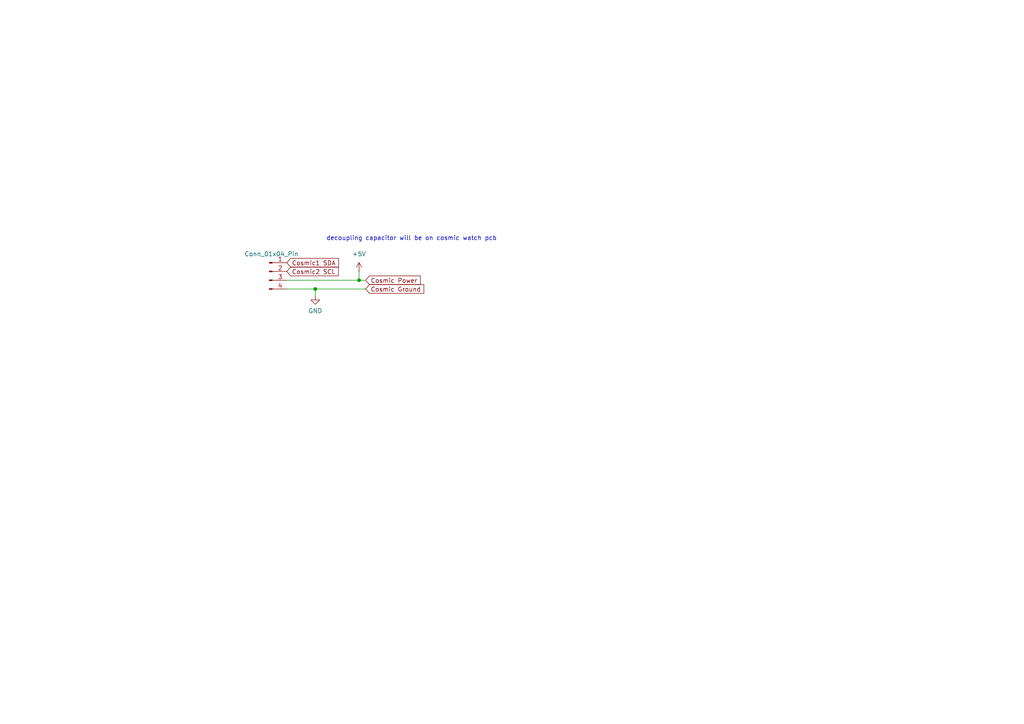
<source format=kicad_sch>
(kicad_sch (version 20250114) (generator "eeschema") (generator_version "9.0")
  (paper "A4")
  (lib_symbols
    (symbol "Connector:Conn_01x04_Pin" (pin_names (offset 1.016) (hide yes))
      (property "Reference" "J" (at 0 5.08 0))
      (property "Value" "Conn_01x04_Pin" (at 0 -7.62 0))
      (symbol "Conn_01x04_Pin_1_1"
        (rectangle (start 0.8636 2.667) (end 0 2.413) (stroke (width 0.1524)) (fill (type outline)))
        (rectangle (start 0.8636 0.127) (end 0 -0.127) (stroke (width 0.1524)) (fill (type outline)))
        (rectangle (start 0.8636 -2.413) (end 0 -2.667) (stroke (width 0.1524)) (fill (type outline)))
        (rectangle (start 0.8636 -4.953) (end 0 -5.207) (stroke (width 0.1524)) (fill (type outline)))
        (polyline (pts (xy 1.27 2.54) (xy 0.8636 2.54)) (stroke (width 0.1524)))
        (polyline (pts (xy 1.27 0) (xy 0.8636 0)) (stroke (width 0.1524)))
        (polyline (pts (xy 1.27 -2.54) (xy 0.8636 -2.54)) (stroke (width 0.1524)))
        (polyline (pts (xy 1.27 -5.08) (xy 0.8636 -5.08)) (stroke (width 0.1524)))
        (pin passive line (at 5.08 2.54 180) (length 3.81) (name "Pin_1") (number "1"))
        (pin passive line (at 5.08 0 180) (length 3.81) (name "Pin_2") (number "2"))
        (pin passive line (at 5.08 -2.54 180) (length 3.81) (name "Pin_3") (number "3"))
        (pin passive line (at 5.08 -5.08 180) (length 3.81) (name "Pin_4") (number "4"))
      )
    )
    (symbol "power:+5V" (power) (pin_numbers (hide yes)) (pin_names (offset 0) (hide yes))
      (property "Value" "+5V" (at 0 3.556 0))
      (symbol "+5V_0_1"
        (polyline (pts (xy -0.762 1.27) (xy 0 2.54)))
        (polyline (pts (xy 0 2.54) (xy 0.762 1.27)))
        (polyline (pts (xy 0 0) (xy 0 2.54)))
      )
      (symbol "+5V_1_1"
        (pin power_in line (at 0 0 90) (length 0) (name "~") (number "1"))
      )
    )
    (symbol "power:GND" (power) (pin_numbers (hide yes)) (pin_names (offset 0) (hide yes))
      (property "Value" "GND" (at 0 -3.81 0))
      (symbol "GND_0_1"
        (polyline (pts (xy 0 0) (xy 0 -1.27) (xy 1.27 -1.27) (xy 0 -2.54) (xy -1.27 -1.27) (xy 0 -1.27)))
      )
      (symbol "GND_1_1"
        (pin power_in line (at 0 0 270) (length 0) (name "~") (number "1"))
      )
    )
  )
  (text "decoupling capacitor will be on cosmic watch pcb" (at 119.38 69.215 0) (effects (font (size 1.27 1.27))))
  (junction (at 91.44 83.82))
  (junction (at 104.14 81.28))
  (wire (pts (xy 91.44 85.725) (xy 91.44 83.82)))
  (wire (pts (xy 83.185 81.28) (xy 104.14 81.28)))
  (wire (pts (xy 91.44 83.82) (xy 106.045 83.82)))
  (wire (pts (xy 104.14 78.74) (xy 104.14 81.28)))
  (wire (pts (xy 83.185 83.82) (xy 91.44 83.82)))
  (wire (pts (xy 104.14 81.28) (xy 106.045 81.28)))
  (global_label "Cosmic1 SDA" (shape input) (at 83.185 76.2 0) (property "Intersheetrefs" "${INTERSHEET_REFS}" (effects (hide yes))))
  (global_label "Cosmic Ground" (shape input) (at 106.045 83.82 0) (property "Intersheetrefs" "${INTERSHEET_REFS}" (effects (hide yes))))
  (global_label "Cosmic Power" (shape input) (at 106.045 81.28 0) (property "Intersheetrefs" "${INTERSHEET_REFS}" (effects (hide yes))))
  (global_label "Cosmic2 SCL" (shape input) (at 83.185 78.74 0) (property "Intersheetrefs" "${INTERSHEET_REFS}" (effects (hide yes))))
  (symbol (lib_id "Connector:Conn_01x04_Pin") (at 78.105 78.74 0) (unit 1)
    (property "Reference" "J3" (effects (hide yes)))
    (property "Value" "Conn_01x04_Pin" (at 78.74 73.66 0))
    (property "Footprint" "1my_footprints:CON4_2X2_UF_DF11_HIR" (effects (hide yes)))
    (property "Description" "Generic connector, single row, 01x04, script generated" (effects (hide yes)))
  )
  (symbol (lib_id "power:+5V") (at 104.14 78.74 0) (unit 1)
    (property "Reference" "#PWR02" (effects (hide yes)))
    (property "Value" "+5V" (at 104.14 73.66 0))
    (property "Description" "Power symbol creates a global label with name \"+5V\"" (effects (hide yes)))
  )
  (symbol (lib_id "power:GND") (at 91.44 85.725 0) (unit 1)
    (property "Reference" "#PWR03" (effects (hide yes)))
    (property "Value" "GND" (at 91.44 90.17 0))
    (property "Description" "Power symbol creates a global label with name \"GND\" , ground" (effects (hide yes)))
  )
)
</source>
